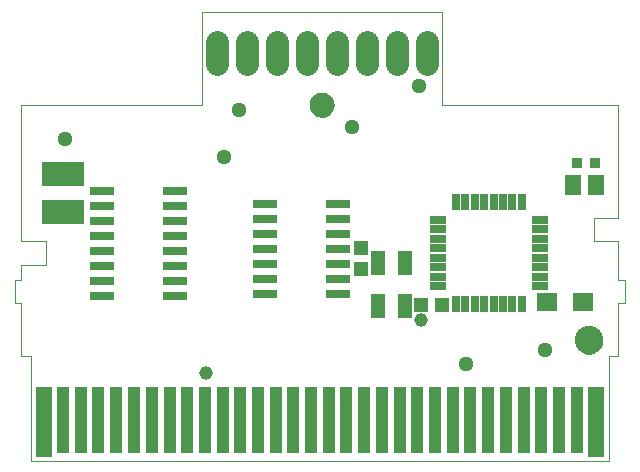
<source format=gts>
G75*
%MOIN*%
%OFA0B0*%
%FSLAX24Y24*%
%IPPOS*%
%LPD*%
%AMOC8*
5,1,8,0,0,1.08239X$1,22.5*
%
%ADD10R,0.0840X0.0300*%
%ADD11C,0.0780*%
%ADD12R,0.0540X0.0260*%
%ADD13R,0.0260X0.0540*%
%ADD14C,0.0000*%
%ADD15C,0.0946*%
%ADD16C,0.0827*%
%ADD17R,0.0552X0.2349*%
%ADD18R,0.0442X0.2205*%
%ADD19R,0.0355X0.0355*%
%ADD20R,0.0552X0.0670*%
%ADD21R,0.1418X0.0827*%
%ADD22R,0.0473X0.0788*%
%ADD23R,0.0465X0.0453*%
%ADD24R,0.0453X0.0465*%
%ADD25R,0.0670X0.0591*%
%ADD26C,0.0512*%
%ADD27C,0.0453*%
D10*
X003408Y006000D03*
X003408Y006500D03*
X003408Y007000D03*
X003408Y007500D03*
X003408Y008000D03*
X003408Y008500D03*
X003408Y009000D03*
X003408Y009500D03*
X005828Y009500D03*
X005828Y009000D03*
X005828Y008500D03*
X005828Y008000D03*
X005828Y007500D03*
X005828Y007000D03*
X005828Y006500D03*
X005828Y006000D03*
X008845Y006063D03*
X008845Y006563D03*
X008845Y007063D03*
X008845Y007563D03*
X008845Y008063D03*
X008845Y008563D03*
X008845Y009063D03*
X011265Y009063D03*
X011265Y008563D03*
X011265Y008063D03*
X011265Y007563D03*
X011265Y007063D03*
X011265Y006563D03*
X011265Y006063D03*
D11*
X011231Y013739D02*
X011231Y014479D01*
X012231Y014479D02*
X012231Y013739D01*
X013231Y013739D02*
X013231Y014479D01*
X014231Y014479D02*
X014231Y013739D01*
X010231Y013739D02*
X010231Y014479D01*
X009231Y014479D02*
X009231Y013739D01*
X008231Y013739D02*
X008231Y014479D01*
X007231Y014479D02*
X007231Y013739D01*
D12*
X014615Y008540D03*
X014615Y008225D03*
X014615Y007910D03*
X014615Y007595D03*
X014615Y007280D03*
X014615Y006965D03*
X014615Y006650D03*
X014615Y006335D03*
X017995Y006335D03*
X017995Y006650D03*
X017995Y006965D03*
X017995Y007280D03*
X017995Y007595D03*
X017995Y007910D03*
X017995Y008225D03*
X017995Y008540D03*
D13*
X017407Y009128D03*
X017092Y009128D03*
X016777Y009128D03*
X016462Y009128D03*
X016148Y009128D03*
X015833Y009128D03*
X015518Y009128D03*
X015203Y009128D03*
X015203Y005748D03*
X015518Y005748D03*
X015833Y005748D03*
X016148Y005748D03*
X016462Y005748D03*
X016777Y005748D03*
X017092Y005748D03*
X017407Y005748D03*
D14*
X020298Y000509D02*
X001051Y000509D01*
X001051Y004008D01*
X000727Y004008D01*
X000727Y005767D01*
X000519Y005767D01*
X000519Y006530D01*
X000727Y006530D01*
X000727Y007040D01*
X001548Y007040D01*
X001548Y007850D01*
X000727Y007850D01*
X000727Y012364D01*
X006739Y012364D01*
X006739Y014484D01*
X006739Y015484D01*
X007739Y015484D01*
X008739Y015484D01*
X009739Y015484D01*
X010739Y015484D01*
X011739Y015484D01*
X012739Y015484D01*
X013739Y015484D01*
X014739Y015484D01*
X014739Y014484D01*
X014739Y012364D01*
X020622Y012364D01*
X020622Y010929D01*
X020622Y010929D01*
X020622Y008614D01*
X019801Y008614D01*
X019801Y007850D01*
X020622Y007850D01*
X020622Y006530D01*
X020831Y006530D01*
X020831Y005767D01*
X020622Y005767D01*
X020622Y004008D01*
X020298Y004008D01*
X020298Y000509D01*
X019186Y004529D02*
X019188Y004571D01*
X019194Y004613D01*
X019204Y004655D01*
X019217Y004695D01*
X019235Y004734D01*
X019256Y004771D01*
X019280Y004805D01*
X019308Y004838D01*
X019338Y004868D01*
X019371Y004894D01*
X019406Y004918D01*
X019444Y004938D01*
X019483Y004954D01*
X019523Y004967D01*
X019565Y004976D01*
X019607Y004981D01*
X019650Y004982D01*
X019692Y004979D01*
X019734Y004972D01*
X019775Y004961D01*
X019815Y004946D01*
X019853Y004928D01*
X019890Y004906D01*
X019924Y004881D01*
X019956Y004853D01*
X019984Y004822D01*
X020010Y004788D01*
X020033Y004752D01*
X020052Y004715D01*
X020068Y004675D01*
X020080Y004634D01*
X020088Y004593D01*
X020092Y004550D01*
X020092Y004508D01*
X020088Y004465D01*
X020080Y004424D01*
X020068Y004383D01*
X020052Y004343D01*
X020033Y004306D01*
X020010Y004270D01*
X019984Y004236D01*
X019956Y004205D01*
X019924Y004177D01*
X019890Y004152D01*
X019853Y004130D01*
X019815Y004112D01*
X019775Y004097D01*
X019734Y004086D01*
X019692Y004079D01*
X019650Y004076D01*
X019607Y004077D01*
X019565Y004082D01*
X019523Y004091D01*
X019483Y004104D01*
X019444Y004120D01*
X019406Y004140D01*
X019371Y004164D01*
X019338Y004190D01*
X019308Y004220D01*
X019280Y004253D01*
X019256Y004287D01*
X019235Y004324D01*
X019217Y004363D01*
X019204Y004403D01*
X019194Y004445D01*
X019188Y004487D01*
X019186Y004529D01*
X010343Y012366D02*
X010345Y012405D01*
X010351Y012444D01*
X010361Y012482D01*
X010374Y012519D01*
X010391Y012554D01*
X010411Y012588D01*
X010435Y012619D01*
X010462Y012648D01*
X010491Y012674D01*
X010523Y012697D01*
X010557Y012717D01*
X010593Y012733D01*
X010630Y012745D01*
X010669Y012754D01*
X010708Y012759D01*
X010747Y012760D01*
X010786Y012757D01*
X010825Y012750D01*
X010862Y012739D01*
X010899Y012725D01*
X010934Y012707D01*
X010967Y012686D01*
X010998Y012661D01*
X011026Y012634D01*
X011051Y012604D01*
X011073Y012571D01*
X011092Y012537D01*
X011107Y012501D01*
X011119Y012463D01*
X011127Y012425D01*
X011131Y012386D01*
X011131Y012346D01*
X011127Y012307D01*
X011119Y012269D01*
X011107Y012231D01*
X011092Y012195D01*
X011073Y012161D01*
X011051Y012128D01*
X011026Y012098D01*
X010998Y012071D01*
X010967Y012046D01*
X010934Y012025D01*
X010899Y012007D01*
X010862Y011993D01*
X010825Y011982D01*
X010786Y011975D01*
X010747Y011972D01*
X010708Y011973D01*
X010669Y011978D01*
X010630Y011987D01*
X010593Y011999D01*
X010557Y012015D01*
X010523Y012035D01*
X010491Y012058D01*
X010462Y012084D01*
X010435Y012113D01*
X010411Y012144D01*
X010391Y012178D01*
X010374Y012213D01*
X010361Y012250D01*
X010351Y012288D01*
X010345Y012327D01*
X010343Y012366D01*
D15*
X019639Y004529D03*
D16*
X010737Y012366D03*
D17*
X019880Y001809D03*
X001465Y001809D03*
D18*
X002118Y001878D03*
X002699Y001878D03*
X003289Y001878D03*
X003880Y001878D03*
X004470Y001878D03*
X005061Y001878D03*
X005661Y001878D03*
X006252Y001878D03*
X006833Y001878D03*
X007433Y001878D03*
X008014Y001878D03*
X008604Y001878D03*
X009195Y001878D03*
X009785Y001878D03*
X010376Y001878D03*
X010966Y001878D03*
X011557Y001878D03*
X012148Y001878D03*
X012738Y001878D03*
X013329Y001878D03*
X013919Y001878D03*
X014510Y001878D03*
X015100Y001878D03*
X015691Y001878D03*
X016281Y001878D03*
X016872Y001878D03*
X017462Y001878D03*
X018053Y001878D03*
X018644Y001878D03*
X019234Y001878D03*
D19*
X019260Y010438D03*
X019850Y010438D03*
D20*
X019867Y009688D03*
X019118Y009688D03*
D21*
X002118Y010067D03*
X002118Y008808D03*
D22*
X012619Y007114D03*
X013525Y007114D03*
X013525Y005658D03*
X012619Y005658D03*
D23*
X012055Y006906D03*
X012055Y007594D03*
D24*
X014057Y005703D03*
X014746Y005703D03*
D25*
X018255Y005801D03*
X019436Y005801D03*
D26*
X018180Y004188D03*
X015555Y003750D03*
X007493Y010625D03*
X007993Y012188D03*
X011743Y011625D03*
X013993Y013000D03*
X002180Y011250D03*
D27*
X006868Y003438D03*
X014058Y005192D03*
M02*

</source>
